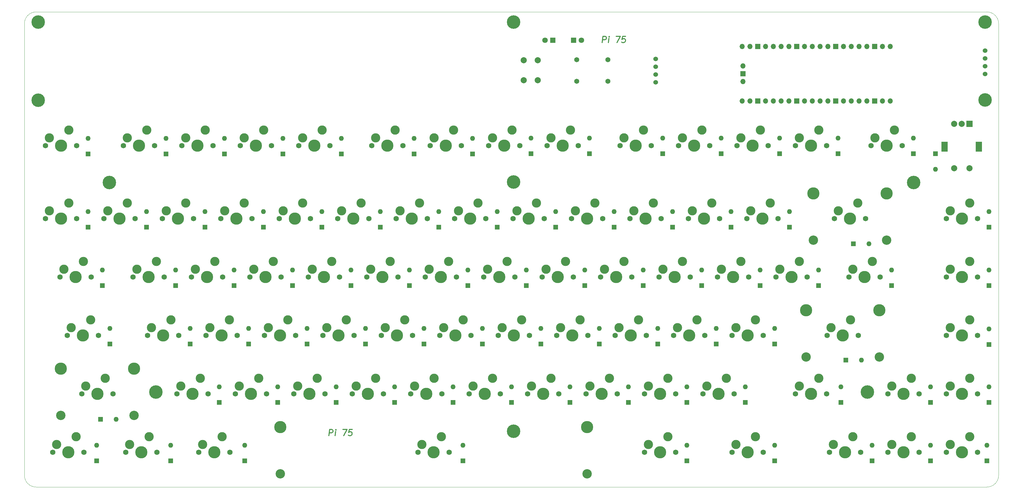
<source format=gbr>
%TF.GenerationSoftware,KiCad,Pcbnew,(5.1.10)-1*%
%TF.CreationDate,2021-06-02T05:42:33-04:00*%
%TF.ProjectId,pi75,70693735-2e6b-4696-9361-645f70636258,rev?*%
%TF.SameCoordinates,Original*%
%TF.FileFunction,Soldermask,Top*%
%TF.FilePolarity,Negative*%
%FSLAX46Y46*%
G04 Gerber Fmt 4.6, Leading zero omitted, Abs format (unit mm)*
G04 Created by KiCad (PCBNEW (5.1.10)-1) date 2021-06-02 05:42:33*
%MOMM*%
%LPD*%
G01*
G04 APERTURE LIST*
%TA.AperFunction,Profile*%
%ADD10C,0.050000*%
%TD*%
%ADD11C,0.300000*%
%ADD12C,1.524000*%
%ADD13C,4.400000*%
%ADD14C,1.651000*%
%ADD15C,3.987800*%
%ADD16C,3.048000*%
%ADD17C,1.750000*%
%ADD18C,3.000000*%
%ADD19O,1.700000X1.700000*%
%ADD20R,1.700000X1.700000*%
%ADD21O,1.600000X1.600000*%
%ADD22R,1.600000X1.600000*%
%ADD23C,2.000000*%
%ADD24R,2.000000X2.000000*%
%ADD25R,2.000000X3.200000*%
%ADD26C,1.800000*%
%ADD27R,1.800000X1.800000*%
G04 APERTURE END LIST*
D10*
X297815000Y-160528000D02*
X-12065000Y-160528000D01*
X301625000Y-9398000D02*
X301625000Y-156718000D01*
X297815000Y-5588000D02*
G75*
G02*
X301625000Y-9398000I0J-3810000D01*
G01*
X-12065000Y-160528000D02*
G75*
G02*
X-15875000Y-156718000I0J3810000D01*
G01*
X301625000Y-156718000D02*
G75*
G02*
X297815000Y-160528000I-3810000J0D01*
G01*
X-15875000Y-9398000D02*
G75*
G02*
X-12065000Y-5588000I3810000J0D01*
G01*
X-15875000Y-9398000D02*
X-15875000Y-156718000D01*
X297815000Y-5588000D02*
X-12065000Y-5588000D01*
D11*
X172460163Y-15585961D02*
X172710163Y-13585961D01*
X173472067Y-13585961D01*
X173650639Y-13681200D01*
X173733972Y-13776438D01*
X173805401Y-13966914D01*
X173769686Y-14252628D01*
X173650639Y-14443104D01*
X173543496Y-14538342D01*
X173341115Y-14633580D01*
X172579210Y-14633580D01*
X174460163Y-15585961D02*
X174626829Y-14252628D01*
X174710163Y-13585961D02*
X174603020Y-13681200D01*
X174686353Y-13776438D01*
X174793496Y-13681200D01*
X174710163Y-13585961D01*
X174686353Y-13776438D01*
X176995877Y-13585961D02*
X178329210Y-13585961D01*
X177222067Y-15585961D01*
X180043496Y-13585961D02*
X179091115Y-13585961D01*
X178876829Y-14538342D01*
X178983972Y-14443104D01*
X179186353Y-14347866D01*
X179662544Y-14347866D01*
X179841115Y-14443104D01*
X179924448Y-14538342D01*
X179995877Y-14728819D01*
X179936353Y-15205009D01*
X179817305Y-15395485D01*
X179710163Y-15490723D01*
X179507782Y-15585961D01*
X179031591Y-15585961D01*
X178853020Y-15490723D01*
X178769686Y-15395485D01*
X83382363Y-143779761D02*
X83632363Y-141779761D01*
X84394267Y-141779761D01*
X84572839Y-141875000D01*
X84656172Y-141970238D01*
X84727601Y-142160714D01*
X84691886Y-142446428D01*
X84572839Y-142636904D01*
X84465696Y-142732142D01*
X84263315Y-142827380D01*
X83501410Y-142827380D01*
X85382363Y-143779761D02*
X85549029Y-142446428D01*
X85632363Y-141779761D02*
X85525220Y-141875000D01*
X85608553Y-141970238D01*
X85715696Y-141875000D01*
X85632363Y-141779761D01*
X85608553Y-141970238D01*
X87918077Y-141779761D02*
X89251410Y-141779761D01*
X88144267Y-143779761D01*
X90965696Y-141779761D02*
X90013315Y-141779761D01*
X89799029Y-142732142D01*
X89906172Y-142636904D01*
X90108553Y-142541666D01*
X90584744Y-142541666D01*
X90763315Y-142636904D01*
X90846648Y-142732142D01*
X90918077Y-142922619D01*
X90858553Y-143398809D01*
X90739505Y-143589285D01*
X90632363Y-143684523D01*
X90429982Y-143779761D01*
X89953791Y-143779761D01*
X89775220Y-143684523D01*
X89691886Y-143589285D01*
D12*
%TO.C,J1*%
X297230800Y-18186400D03*
X297230800Y-20726400D03*
X297230800Y-23266400D03*
X297230800Y-25806400D03*
%TD*%
%TO.C,OL1*%
X189839000Y-28575000D03*
X189839000Y-26035000D03*
X189839000Y-23495000D03*
X189839000Y-20955000D03*
%TD*%
D13*
%TO.C,REF\u002A\u002A*%
X273951700Y-61201300D03*
%TD*%
%TO.C,REF\u002A\u002A*%
X143510000Y-142303500D03*
%TD*%
%TO.C,REF\u002A\u002A*%
X11823700Y-61201300D03*
%TD*%
%TO.C,REF\u002A\u002A*%
X258838700Y-129527300D03*
%TD*%
%TO.C,REF\u002A\u002A*%
X26936700Y-129527300D03*
%TD*%
D14*
%TO.C,R1*%
X164084000Y-28194000D03*
X174244000Y-28194000D03*
%TD*%
%TO.C,R2*%
X164084000Y-21209000D03*
X174244000Y-21209000D03*
%TD*%
D13*
%TO.C,H1*%
X143522700Y-61074300D03*
%TD*%
D15*
%TO.C,K72*%
X241268250Y-64770000D03*
X265144250Y-64770000D03*
D16*
X241268250Y-80010000D03*
X265144250Y-80010000D03*
D17*
X258286250Y-73025000D03*
X248126250Y-73025000D03*
D18*
X249396250Y-70485000D03*
D15*
X253206250Y-73025000D03*
D18*
X255746250Y-67945000D03*
%TD*%
D15*
%TO.C,K74*%
X238887000Y-102870000D03*
X262763000Y-102870000D03*
D16*
X238887000Y-118110000D03*
X262763000Y-118110000D03*
D17*
X255905000Y-111125000D03*
X245745000Y-111125000D03*
D18*
X247015000Y-108585000D03*
D15*
X250825000Y-111125000D03*
D18*
X253365000Y-106045000D03*
%TD*%
D15*
%TO.C,K39*%
X67475100Y-140970000D03*
X167474900Y-140970000D03*
D16*
X67475100Y-156210000D03*
X167474900Y-156210000D03*
D17*
X122555000Y-149225000D03*
X112395000Y-149225000D03*
D18*
X113665000Y-146685000D03*
D15*
X117475000Y-149225000D03*
D18*
X120015000Y-144145000D03*
%TD*%
D15*
%TO.C,K5*%
X-4000500Y-121920000D03*
X19875500Y-121920000D03*
D16*
X-4000500Y-137160000D03*
X19875500Y-137160000D03*
D17*
X13017500Y-130175000D03*
X2857500Y-130175000D03*
D18*
X4127500Y-127635000D03*
D15*
X7937500Y-130175000D03*
D18*
X10477500Y-125095000D03*
%TD*%
D13*
%TO.C,REF\u002A\u002A*%
X143510000Y-8890000D03*
%TD*%
D19*
%TO.C,U1*%
X266319000Y-16891000D03*
X263779000Y-16891000D03*
D20*
X261239000Y-16891000D03*
D19*
X258699000Y-16891000D03*
X256159000Y-16891000D03*
X253619000Y-16891000D03*
X251079000Y-16891000D03*
D20*
X248539000Y-16891000D03*
D19*
X245999000Y-16891000D03*
X243459000Y-16891000D03*
X240919000Y-16891000D03*
X238379000Y-16891000D03*
D20*
X235839000Y-16891000D03*
D19*
X233299000Y-16891000D03*
X230759000Y-16891000D03*
X228219000Y-16891000D03*
X225679000Y-16891000D03*
D20*
X223139000Y-16891000D03*
D19*
X220599000Y-16891000D03*
X218059000Y-16891000D03*
X218059000Y-34671000D03*
X220599000Y-34671000D03*
D20*
X223139000Y-34671000D03*
D19*
X225679000Y-34671000D03*
X228219000Y-34671000D03*
X230759000Y-34671000D03*
X233299000Y-34671000D03*
D20*
X235839000Y-34671000D03*
D19*
X238379000Y-34671000D03*
X240919000Y-34671000D03*
X243459000Y-34671000D03*
X245999000Y-34671000D03*
D20*
X248539000Y-34671000D03*
D19*
X251079000Y-34671000D03*
X253619000Y-34671000D03*
X256159000Y-34671000D03*
X258699000Y-34671000D03*
D20*
X261239000Y-34671000D03*
D19*
X263779000Y-34671000D03*
X266319000Y-34671000D03*
X218289000Y-23241000D03*
D20*
X218289000Y-25781000D03*
D19*
X218289000Y-28321000D03*
%TD*%
D21*
%TO.C,D14*%
X42926000Y-70739000D03*
D22*
X42926000Y-75819000D03*
%TD*%
D13*
%TO.C,REF\u002A\u002A*%
X-11430000Y-34417000D03*
%TD*%
%TO.C,REF\u002A\u002A*%
X-11430000Y-8890000D03*
%TD*%
%TO.C,REF\u002A\u002A*%
X297180000Y-34290000D03*
%TD*%
%TO.C,REF\u002A\u002A*%
X297180000Y-8890000D03*
%TD*%
D23*
%TO.C,SW2*%
X151384000Y-27836000D03*
X146884000Y-27836000D03*
X151384000Y-21336000D03*
X146884000Y-21336000D03*
%TD*%
D17*
%TO.C,K17*%
X63023750Y-130175000D03*
X52863750Y-130175000D03*
D18*
X54133750Y-127635000D03*
D15*
X57943750Y-130175000D03*
D18*
X60483750Y-125095000D03*
%TD*%
D24*
%TO.C,SW1*%
X292100000Y-42068750D03*
D23*
X289600000Y-42068750D03*
X287100000Y-42068750D03*
D25*
X295200000Y-49568750D03*
X284000000Y-49568750D03*
D23*
X292100000Y-56568750D03*
X287100000Y-56568750D03*
%TD*%
D17*
%TO.C,K81*%
X294798750Y-149225000D03*
X284638750Y-149225000D03*
D18*
X285908750Y-146685000D03*
D15*
X289718750Y-149225000D03*
D18*
X292258750Y-144145000D03*
%TD*%
D17*
%TO.C,K80*%
X294798750Y-130175000D03*
X284638750Y-130175000D03*
D18*
X285908750Y-127635000D03*
D15*
X289718750Y-130175000D03*
D18*
X292258750Y-125095000D03*
%TD*%
D17*
%TO.C,K79*%
X294798750Y-111125000D03*
X284638750Y-111125000D03*
D18*
X285908750Y-108585000D03*
D15*
X289718750Y-111125000D03*
D18*
X292258750Y-106045000D03*
%TD*%
D17*
%TO.C,K78*%
X294798750Y-92075000D03*
X284638750Y-92075000D03*
D18*
X285908750Y-89535000D03*
D15*
X289718750Y-92075000D03*
D18*
X292258750Y-86995000D03*
%TD*%
D17*
%TO.C,K77*%
X294798750Y-73025000D03*
X284638750Y-73025000D03*
D18*
X285908750Y-70485000D03*
D15*
X289718750Y-73025000D03*
D18*
X292258750Y-67945000D03*
%TD*%
D17*
%TO.C,K76*%
X275748750Y-149225000D03*
X265588750Y-149225000D03*
D18*
X266858750Y-146685000D03*
D15*
X270668750Y-149225000D03*
D18*
X273208750Y-144145000D03*
%TD*%
D17*
%TO.C,K75*%
X275748750Y-130175000D03*
X265588750Y-130175000D03*
D18*
X266858750Y-127635000D03*
D15*
X270668750Y-130175000D03*
D18*
X273208750Y-125095000D03*
%TD*%
D17*
%TO.C,K73*%
X263048750Y-92075000D03*
X252888750Y-92075000D03*
D18*
X254158750Y-89535000D03*
D15*
X257968750Y-92075000D03*
D18*
X260508750Y-86995000D03*
%TD*%
D17*
%TO.C,K71*%
X270192500Y-49212500D03*
X260032500Y-49212500D03*
D18*
X261302500Y-46672500D03*
D15*
X265112500Y-49212500D03*
D18*
X267652500Y-44132500D03*
%TD*%
D17*
%TO.C,K70*%
X256698750Y-149225000D03*
X246538750Y-149225000D03*
D18*
X247808750Y-146685000D03*
D15*
X251618750Y-149225000D03*
D18*
X254158750Y-144145000D03*
%TD*%
D17*
%TO.C,K69*%
X239236250Y-92075000D03*
X229076250Y-92075000D03*
D18*
X230346250Y-89535000D03*
D15*
X234156250Y-92075000D03*
D18*
X236696250Y-86995000D03*
%TD*%
D17*
%TO.C,K68*%
X229711250Y-73025000D03*
X219551250Y-73025000D03*
D18*
X220821250Y-70485000D03*
D15*
X224631250Y-73025000D03*
D18*
X227171250Y-67945000D03*
%TD*%
D17*
%TO.C,K67*%
X245586250Y-49212500D03*
X235426250Y-49212500D03*
D18*
X236696250Y-46672500D03*
D15*
X240506250Y-49212500D03*
D18*
X243046250Y-44132500D03*
%TD*%
D17*
%TO.C,K66*%
X245586250Y-130175000D03*
X235426250Y-130175000D03*
D18*
X236696250Y-127635000D03*
D15*
X240506250Y-130175000D03*
D18*
X243046250Y-125095000D03*
%TD*%
D17*
%TO.C,K65*%
X224948750Y-111125000D03*
X214788750Y-111125000D03*
D18*
X216058750Y-108585000D03*
D15*
X219868750Y-111125000D03*
D18*
X222408750Y-106045000D03*
%TD*%
D17*
%TO.C,K64*%
X220186250Y-92075000D03*
X210026250Y-92075000D03*
D18*
X211296250Y-89535000D03*
D15*
X215106250Y-92075000D03*
D18*
X217646250Y-86995000D03*
%TD*%
D17*
%TO.C,K63*%
X210661250Y-73025000D03*
X200501250Y-73025000D03*
D18*
X201771250Y-70485000D03*
D15*
X205581250Y-73025000D03*
D18*
X208121250Y-67945000D03*
%TD*%
D17*
%TO.C,K62*%
X226536250Y-49212500D03*
X216376250Y-49212500D03*
D18*
X217646250Y-46672500D03*
D15*
X221456250Y-49212500D03*
D18*
X223996250Y-44132500D03*
%TD*%
D17*
%TO.C,K61*%
X224948750Y-149225000D03*
X214788750Y-149225000D03*
D18*
X216058750Y-146685000D03*
D15*
X219868750Y-149225000D03*
D18*
X222408750Y-144145000D03*
%TD*%
D17*
%TO.C,K60*%
X215423750Y-130175000D03*
X205263750Y-130175000D03*
D18*
X206533750Y-127635000D03*
D15*
X210343750Y-130175000D03*
D18*
X212883750Y-125095000D03*
%TD*%
D17*
%TO.C,K59*%
X205898750Y-111125000D03*
X195738750Y-111125000D03*
D18*
X197008750Y-108585000D03*
D15*
X200818750Y-111125000D03*
D18*
X203358750Y-106045000D03*
%TD*%
D17*
%TO.C,K58*%
X201136250Y-92075000D03*
X190976250Y-92075000D03*
D18*
X192246250Y-89535000D03*
D15*
X196056250Y-92075000D03*
D18*
X198596250Y-86995000D03*
%TD*%
D17*
%TO.C,K57*%
X191611250Y-73025000D03*
X181451250Y-73025000D03*
D18*
X182721250Y-70485000D03*
D15*
X186531250Y-73025000D03*
D18*
X189071250Y-67945000D03*
%TD*%
D17*
%TO.C,K56*%
X207486250Y-49212500D03*
X197326250Y-49212500D03*
D18*
X198596250Y-46672500D03*
D15*
X202406250Y-49212500D03*
D18*
X204946250Y-44132500D03*
%TD*%
D17*
%TO.C,K55*%
X196373750Y-149225000D03*
X186213750Y-149225000D03*
D18*
X187483750Y-146685000D03*
D15*
X191293750Y-149225000D03*
D18*
X193833750Y-144145000D03*
%TD*%
D17*
%TO.C,K54*%
X196373750Y-130175000D03*
X186213750Y-130175000D03*
D18*
X187483750Y-127635000D03*
D15*
X191293750Y-130175000D03*
D18*
X193833750Y-125095000D03*
%TD*%
D17*
%TO.C,K53*%
X186848750Y-111125000D03*
X176688750Y-111125000D03*
D18*
X177958750Y-108585000D03*
D15*
X181768750Y-111125000D03*
D18*
X184308750Y-106045000D03*
%TD*%
D17*
%TO.C,K52*%
X182086250Y-92075000D03*
X171926250Y-92075000D03*
D18*
X173196250Y-89535000D03*
D15*
X177006250Y-92075000D03*
D18*
X179546250Y-86995000D03*
%TD*%
D17*
%TO.C,K51*%
X172561250Y-73025000D03*
X162401250Y-73025000D03*
D18*
X163671250Y-70485000D03*
D15*
X167481250Y-73025000D03*
D18*
X170021250Y-67945000D03*
%TD*%
D17*
%TO.C,K50*%
X188436250Y-49212500D03*
X178276250Y-49212500D03*
D18*
X179546250Y-46672500D03*
D15*
X183356250Y-49212500D03*
D18*
X185896250Y-44132500D03*
%TD*%
D17*
%TO.C,K49*%
X177323750Y-130175000D03*
X167163750Y-130175000D03*
D18*
X168433750Y-127635000D03*
D15*
X172243750Y-130175000D03*
D18*
X174783750Y-125095000D03*
%TD*%
D17*
%TO.C,K48*%
X167798750Y-111125000D03*
X157638750Y-111125000D03*
D18*
X158908750Y-108585000D03*
D15*
X162718750Y-111125000D03*
D18*
X165258750Y-106045000D03*
%TD*%
D17*
%TO.C,K47*%
X163036250Y-92075000D03*
X152876250Y-92075000D03*
D18*
X154146250Y-89535000D03*
D15*
X157956250Y-92075000D03*
D18*
X160496250Y-86995000D03*
%TD*%
D17*
%TO.C,K46*%
X153511250Y-73025000D03*
X143351250Y-73025000D03*
D18*
X144621250Y-70485000D03*
D15*
X148431250Y-73025000D03*
D18*
X150971250Y-67945000D03*
%TD*%
D17*
%TO.C,K45*%
X164623750Y-49212500D03*
X154463750Y-49212500D03*
D18*
X155733750Y-46672500D03*
D15*
X159543750Y-49212500D03*
D18*
X162083750Y-44132500D03*
%TD*%
D17*
%TO.C,K44*%
X158273750Y-130175000D03*
X148113750Y-130175000D03*
D18*
X149383750Y-127635000D03*
D15*
X153193750Y-130175000D03*
D18*
X155733750Y-125095000D03*
%TD*%
D17*
%TO.C,K43*%
X148748750Y-111125000D03*
X138588750Y-111125000D03*
D18*
X139858750Y-108585000D03*
D15*
X143668750Y-111125000D03*
D18*
X146208750Y-106045000D03*
%TD*%
D17*
%TO.C,K42*%
X143986250Y-92075000D03*
X133826250Y-92075000D03*
D18*
X135096250Y-89535000D03*
D15*
X138906250Y-92075000D03*
D18*
X141446250Y-86995000D03*
%TD*%
D17*
%TO.C,K41*%
X134461250Y-73025000D03*
X124301250Y-73025000D03*
D18*
X125571250Y-70485000D03*
D15*
X129381250Y-73025000D03*
D18*
X131921250Y-67945000D03*
%TD*%
D17*
%TO.C,K40*%
X145573750Y-49212500D03*
X135413750Y-49212500D03*
D18*
X136683750Y-46672500D03*
D15*
X140493750Y-49212500D03*
D18*
X143033750Y-44132500D03*
%TD*%
D17*
%TO.C,K38*%
X139223750Y-130175000D03*
X129063750Y-130175000D03*
D18*
X130333750Y-127635000D03*
D15*
X134143750Y-130175000D03*
D18*
X136683750Y-125095000D03*
%TD*%
D17*
%TO.C,K37*%
X129698750Y-111125000D03*
X119538750Y-111125000D03*
D18*
X120808750Y-108585000D03*
D15*
X124618750Y-111125000D03*
D18*
X127158750Y-106045000D03*
%TD*%
D17*
%TO.C,K36*%
X124936250Y-92075000D03*
X114776250Y-92075000D03*
D18*
X116046250Y-89535000D03*
D15*
X119856250Y-92075000D03*
D18*
X122396250Y-86995000D03*
%TD*%
D17*
%TO.C,K35*%
X115411250Y-73025000D03*
X105251250Y-73025000D03*
D18*
X106521250Y-70485000D03*
D15*
X110331250Y-73025000D03*
D18*
X112871250Y-67945000D03*
%TD*%
D17*
%TO.C,K34*%
X126523750Y-49212500D03*
X116363750Y-49212500D03*
D18*
X117633750Y-46672500D03*
D15*
X121443750Y-49212500D03*
D18*
X123983750Y-44132500D03*
%TD*%
D17*
%TO.C,K33*%
X120173750Y-130175000D03*
X110013750Y-130175000D03*
D18*
X111283750Y-127635000D03*
D15*
X115093750Y-130175000D03*
D18*
X117633750Y-125095000D03*
%TD*%
D17*
%TO.C,K32*%
X110648750Y-111125000D03*
X100488750Y-111125000D03*
D18*
X101758750Y-108585000D03*
D15*
X105568750Y-111125000D03*
D18*
X108108750Y-106045000D03*
%TD*%
D17*
%TO.C,K31*%
X105886250Y-92075000D03*
X95726250Y-92075000D03*
D18*
X96996250Y-89535000D03*
D15*
X100806250Y-92075000D03*
D18*
X103346250Y-86995000D03*
%TD*%
D17*
%TO.C,K30*%
X96361250Y-73025000D03*
X86201250Y-73025000D03*
D18*
X87471250Y-70485000D03*
D15*
X91281250Y-73025000D03*
D18*
X93821250Y-67945000D03*
%TD*%
D17*
%TO.C,K29*%
X107473750Y-49212500D03*
X97313750Y-49212500D03*
D18*
X98583750Y-46672500D03*
D15*
X102393750Y-49212500D03*
D18*
X104933750Y-44132500D03*
%TD*%
D17*
%TO.C,K28*%
X101123750Y-130175000D03*
X90963750Y-130175000D03*
D18*
X92233750Y-127635000D03*
D15*
X96043750Y-130175000D03*
D18*
X98583750Y-125095000D03*
%TD*%
D17*
%TO.C,K27*%
X91598750Y-111125000D03*
X81438750Y-111125000D03*
D18*
X82708750Y-108585000D03*
D15*
X86518750Y-111125000D03*
D18*
X89058750Y-106045000D03*
%TD*%
D17*
%TO.C,K26*%
X86836250Y-92075000D03*
X76676250Y-92075000D03*
D18*
X77946250Y-89535000D03*
D15*
X81756250Y-92075000D03*
D18*
X84296250Y-86995000D03*
%TD*%
D17*
%TO.C,K25*%
X77311250Y-73025000D03*
X67151250Y-73025000D03*
D18*
X68421250Y-70485000D03*
D15*
X72231250Y-73025000D03*
D18*
X74771250Y-67945000D03*
%TD*%
D17*
%TO.C,K24*%
X83661250Y-49212500D03*
X73501250Y-49212500D03*
D18*
X74771250Y-46672500D03*
D15*
X78581250Y-49212500D03*
D18*
X81121250Y-44132500D03*
%TD*%
D17*
%TO.C,K23*%
X82073750Y-130175000D03*
X71913750Y-130175000D03*
D18*
X73183750Y-127635000D03*
D15*
X76993750Y-130175000D03*
D18*
X79533750Y-125095000D03*
%TD*%
D17*
%TO.C,K22*%
X72548750Y-111125000D03*
X62388750Y-111125000D03*
D18*
X63658750Y-108585000D03*
D15*
X67468750Y-111125000D03*
D18*
X70008750Y-106045000D03*
%TD*%
D17*
%TO.C,K21*%
X67786250Y-92075000D03*
X57626250Y-92075000D03*
D18*
X58896250Y-89535000D03*
D15*
X62706250Y-92075000D03*
D18*
X65246250Y-86995000D03*
%TD*%
D17*
%TO.C,K20*%
X58261250Y-73025000D03*
X48101250Y-73025000D03*
D18*
X49371250Y-70485000D03*
D15*
X53181250Y-73025000D03*
D18*
X55721250Y-67945000D03*
%TD*%
D17*
%TO.C,K19*%
X64611250Y-49212500D03*
X54451250Y-49212500D03*
D18*
X55721250Y-46672500D03*
D15*
X59531250Y-49212500D03*
D18*
X62071250Y-44132500D03*
%TD*%
D17*
%TO.C,K18*%
X51117500Y-149225000D03*
X40957500Y-149225000D03*
D18*
X42227500Y-146685000D03*
D15*
X46037500Y-149225000D03*
D18*
X48577500Y-144145000D03*
%TD*%
D17*
%TO.C,K16*%
X53498750Y-111125000D03*
X43338750Y-111125000D03*
D18*
X44608750Y-108585000D03*
D15*
X48418750Y-111125000D03*
D18*
X50958750Y-106045000D03*
%TD*%
D17*
%TO.C,K15*%
X48736250Y-92075000D03*
X38576250Y-92075000D03*
D18*
X39846250Y-89535000D03*
D15*
X43656250Y-92075000D03*
D18*
X46196250Y-86995000D03*
%TD*%
D17*
%TO.C,K14*%
X39211250Y-73025000D03*
X29051250Y-73025000D03*
D18*
X30321250Y-70485000D03*
D15*
X34131250Y-73025000D03*
D18*
X36671250Y-67945000D03*
%TD*%
D17*
%TO.C,K13*%
X45561250Y-49212500D03*
X35401250Y-49212500D03*
D18*
X36671250Y-46672500D03*
D15*
X40481250Y-49212500D03*
D18*
X43021250Y-44132500D03*
%TD*%
D17*
%TO.C,K12*%
X27305000Y-149225000D03*
X17145000Y-149225000D03*
D18*
X18415000Y-146685000D03*
D15*
X22225000Y-149225000D03*
D18*
X24765000Y-144145000D03*
%TD*%
D17*
%TO.C,K11*%
X43973750Y-130175000D03*
X33813750Y-130175000D03*
D18*
X35083750Y-127635000D03*
D15*
X38893750Y-130175000D03*
D18*
X41433750Y-125095000D03*
%TD*%
D17*
%TO.C,K10*%
X34448750Y-111125000D03*
X24288750Y-111125000D03*
D18*
X25558750Y-108585000D03*
D15*
X29368750Y-111125000D03*
D18*
X31908750Y-106045000D03*
%TD*%
D17*
%TO.C,K9*%
X29686250Y-92075000D03*
X19526250Y-92075000D03*
D18*
X20796250Y-89535000D03*
D15*
X24606250Y-92075000D03*
D18*
X27146250Y-86995000D03*
%TD*%
D17*
%TO.C,K8*%
X20161250Y-73025000D03*
X10001250Y-73025000D03*
D18*
X11271250Y-70485000D03*
D15*
X15081250Y-73025000D03*
D18*
X17621250Y-67945000D03*
%TD*%
D17*
%TO.C,K7*%
X26511250Y-49212500D03*
X16351250Y-49212500D03*
D18*
X17621250Y-46672500D03*
D15*
X21431250Y-49212500D03*
D18*
X23971250Y-44132500D03*
%TD*%
D17*
%TO.C,K6*%
X3492500Y-149225000D03*
X-6667500Y-149225000D03*
D18*
X-5397500Y-146685000D03*
D15*
X-1587500Y-149225000D03*
D18*
X952500Y-144145000D03*
%TD*%
D17*
%TO.C,K4*%
X8255000Y-111125000D03*
X-1905000Y-111125000D03*
D18*
X-635000Y-108585000D03*
D15*
X3175000Y-111125000D03*
D18*
X5715000Y-106045000D03*
%TD*%
D17*
%TO.C,K3*%
X5873750Y-92075000D03*
X-4286250Y-92075000D03*
D18*
X-3016250Y-89535000D03*
D15*
X793750Y-92075000D03*
D18*
X3333750Y-86995000D03*
%TD*%
D17*
%TO.C,K2*%
X1111250Y-73025000D03*
X-9048750Y-73025000D03*
D18*
X-7778750Y-70485000D03*
D15*
X-3968750Y-73025000D03*
D18*
X-1428750Y-67945000D03*
%TD*%
D17*
%TO.C,K1*%
X1111250Y-49212500D03*
X-9048750Y-49212500D03*
D18*
X-7778750Y-46672500D03*
D15*
X-3968750Y-49212500D03*
D18*
X-1428750Y-44132500D03*
%TD*%
D21*
%TO.C,D84*%
X297815000Y-146939000D03*
D22*
X297815000Y-152019000D03*
%TD*%
D21*
%TO.C,D83*%
X298450000Y-127889000D03*
D22*
X298450000Y-132969000D03*
%TD*%
D21*
%TO.C,D82*%
X298450000Y-108966000D03*
D22*
X298450000Y-114046000D03*
%TD*%
D21*
%TO.C,D81*%
X298450000Y-89789000D03*
D22*
X298450000Y-94869000D03*
%TD*%
D21*
%TO.C,D80*%
X298450000Y-70739000D03*
D22*
X298450000Y-75819000D03*
%TD*%
D21*
%TO.C,D79*%
X281051000Y-56896000D03*
D22*
X281051000Y-51816000D03*
%TD*%
D21*
%TO.C,D78*%
X279400000Y-146939000D03*
D22*
X279400000Y-152019000D03*
%TD*%
D21*
%TO.C,D77*%
X279400000Y-127889000D03*
D22*
X279400000Y-132969000D03*
%TD*%
D21*
%TO.C,D76*%
X256921000Y-119164100D03*
D22*
X251841000Y-119164100D03*
%TD*%
D21*
%TO.C,D75*%
X266700000Y-89789000D03*
D22*
X266700000Y-94869000D03*
%TD*%
D21*
%TO.C,D74*%
X259359400Y-81241900D03*
D22*
X254279400Y-81241900D03*
%TD*%
D21*
%TO.C,D73*%
X273812000Y-46736000D03*
D22*
X273812000Y-51816000D03*
%TD*%
D21*
%TO.C,D72*%
X260350000Y-146939000D03*
D22*
X260350000Y-152019000D03*
%TD*%
D21*
%TO.C,D71*%
X242951000Y-89789000D03*
D22*
X242951000Y-94869000D03*
%TD*%
D21*
%TO.C,D70*%
X233426000Y-70739000D03*
D22*
X233426000Y-75819000D03*
%TD*%
D21*
%TO.C,D69*%
X249301000Y-46736000D03*
D22*
X249301000Y-51816000D03*
%TD*%
D21*
%TO.C,D68*%
X250190000Y-127889000D03*
D22*
X250190000Y-132969000D03*
%TD*%
D21*
%TO.C,D67*%
X228600000Y-108839000D03*
D22*
X228600000Y-113919000D03*
%TD*%
D21*
%TO.C,D66*%
X223901000Y-89789000D03*
D22*
X223901000Y-94869000D03*
%TD*%
D21*
%TO.C,D65*%
X214376000Y-70739000D03*
D22*
X214376000Y-75819000D03*
%TD*%
D21*
%TO.C,D64*%
X230251000Y-46736000D03*
D22*
X230251000Y-51816000D03*
%TD*%
D21*
%TO.C,D63*%
X228600000Y-146939000D03*
D22*
X228600000Y-152019000D03*
%TD*%
D21*
%TO.C,D62*%
X219075000Y-127889000D03*
D22*
X219075000Y-132969000D03*
%TD*%
D21*
%TO.C,D61*%
X209550000Y-108839000D03*
D22*
X209550000Y-113919000D03*
%TD*%
D21*
%TO.C,D60*%
X204851000Y-89789000D03*
D22*
X204851000Y-94869000D03*
%TD*%
D21*
%TO.C,D59*%
X195326000Y-70739000D03*
D22*
X195326000Y-75819000D03*
%TD*%
D21*
%TO.C,D58*%
X211201000Y-46736000D03*
D22*
X211201000Y-51816000D03*
%TD*%
D21*
%TO.C,D57*%
X200025000Y-146939000D03*
D22*
X200025000Y-152019000D03*
%TD*%
D21*
%TO.C,D56*%
X200025000Y-127889000D03*
D22*
X200025000Y-132969000D03*
%TD*%
D21*
%TO.C,D55*%
X190500000Y-108839000D03*
D22*
X190500000Y-113919000D03*
%TD*%
D21*
%TO.C,D54*%
X185801000Y-89789000D03*
D22*
X185801000Y-94869000D03*
%TD*%
D21*
%TO.C,D53*%
X176276000Y-70739000D03*
D22*
X176276000Y-75819000D03*
%TD*%
D21*
%TO.C,D52*%
X192151000Y-46736000D03*
D22*
X192151000Y-51816000D03*
%TD*%
D21*
%TO.C,D51*%
X180975000Y-127889000D03*
D22*
X180975000Y-132969000D03*
%TD*%
D21*
%TO.C,D50*%
X171450000Y-108839000D03*
D22*
X171450000Y-113919000D03*
%TD*%
D21*
%TO.C,D49*%
X166751000Y-89789000D03*
D22*
X166751000Y-94869000D03*
%TD*%
D21*
%TO.C,D48*%
X157226000Y-70739000D03*
D22*
X157226000Y-75819000D03*
%TD*%
D21*
%TO.C,D47*%
X168275000Y-46736000D03*
D22*
X168275000Y-51816000D03*
%TD*%
D21*
%TO.C,D46*%
X161925000Y-127889000D03*
D22*
X161925000Y-132969000D03*
%TD*%
D21*
%TO.C,D45*%
X152400000Y-108839000D03*
D22*
X152400000Y-113919000D03*
%TD*%
D21*
%TO.C,D44*%
X147701000Y-89789000D03*
D22*
X147701000Y-94869000D03*
%TD*%
D21*
%TO.C,D43*%
X138176000Y-70739000D03*
D22*
X138176000Y-75819000D03*
%TD*%
D21*
%TO.C,D42*%
X149225000Y-46736000D03*
D22*
X149225000Y-51816000D03*
%TD*%
D21*
%TO.C,D41*%
X127000000Y-146939000D03*
D22*
X127000000Y-152019000D03*
%TD*%
D21*
%TO.C,D40*%
X142875000Y-127889000D03*
D22*
X142875000Y-132969000D03*
%TD*%
D21*
%TO.C,D39*%
X133350000Y-108839000D03*
D22*
X133350000Y-113919000D03*
%TD*%
D21*
%TO.C,D38*%
X128651000Y-89789000D03*
D22*
X128651000Y-94869000D03*
%TD*%
D21*
%TO.C,D37*%
X119126000Y-70739000D03*
D22*
X119126000Y-75819000D03*
%TD*%
D21*
%TO.C,D36*%
X130175000Y-46863000D03*
D22*
X130175000Y-51943000D03*
%TD*%
D21*
%TO.C,D35*%
X123825000Y-127889000D03*
D22*
X123825000Y-132969000D03*
%TD*%
D21*
%TO.C,D34*%
X114300000Y-108839000D03*
D22*
X114300000Y-113919000D03*
%TD*%
D21*
%TO.C,D33*%
X109601000Y-89789000D03*
D22*
X109601000Y-94869000D03*
%TD*%
D21*
%TO.C,D32*%
X100076000Y-70739000D03*
D22*
X100076000Y-75819000D03*
%TD*%
D21*
%TO.C,D31*%
X111125000Y-46863000D03*
D22*
X111125000Y-51943000D03*
%TD*%
D21*
%TO.C,D30*%
X104775000Y-127889000D03*
D22*
X104775000Y-132969000D03*
%TD*%
D21*
%TO.C,D29*%
X95250000Y-108839000D03*
D22*
X95250000Y-113919000D03*
%TD*%
D21*
%TO.C,D28*%
X90551000Y-89789000D03*
D22*
X90551000Y-94869000D03*
%TD*%
D21*
%TO.C,D27*%
X81026000Y-70739000D03*
D22*
X81026000Y-75819000D03*
%TD*%
D21*
%TO.C,D26*%
X87376000Y-46863000D03*
D22*
X87376000Y-51943000D03*
%TD*%
D26*
%TO.C,D25*%
X165671500Y-14795500D03*
D27*
X163131500Y-14795500D03*
%TD*%
D26*
%TO.C,D24*%
X153797000Y-14795500D03*
D27*
X156337000Y-14795500D03*
%TD*%
D21*
%TO.C,D23*%
X85725000Y-127889000D03*
D22*
X85725000Y-132969000D03*
%TD*%
D21*
%TO.C,D22*%
X76200000Y-108839000D03*
D22*
X76200000Y-113919000D03*
%TD*%
D21*
%TO.C,D21*%
X71501000Y-89789000D03*
D22*
X71501000Y-94869000D03*
%TD*%
D21*
%TO.C,D20*%
X61976000Y-70739000D03*
D22*
X61976000Y-75819000D03*
%TD*%
D21*
%TO.C,D19*%
X68326000Y-46863000D03*
D22*
X68326000Y-51943000D03*
%TD*%
D21*
%TO.C,D18*%
X55880000Y-146939000D03*
D22*
X55880000Y-152019000D03*
%TD*%
D21*
%TO.C,D17*%
X66675000Y-127889000D03*
D22*
X66675000Y-132969000D03*
%TD*%
D21*
%TO.C,D16*%
X57150000Y-108839000D03*
D22*
X57150000Y-113919000D03*
%TD*%
D21*
%TO.C,D15*%
X52451000Y-89789000D03*
D22*
X52451000Y-94869000D03*
%TD*%
D21*
%TO.C,D13*%
X49276000Y-46863000D03*
D22*
X49276000Y-51943000D03*
%TD*%
D21*
%TO.C,D12*%
X31750000Y-146939000D03*
D22*
X31750000Y-152019000D03*
%TD*%
D21*
%TO.C,D11*%
X47625000Y-127889000D03*
D22*
X47625000Y-132969000D03*
%TD*%
D21*
%TO.C,D10*%
X38100000Y-108839000D03*
D22*
X38100000Y-113919000D03*
%TD*%
D21*
%TO.C,D9*%
X33401000Y-89789000D03*
D22*
X33401000Y-94869000D03*
%TD*%
D21*
%TO.C,D8*%
X23876000Y-70739000D03*
D22*
X23876000Y-75819000D03*
%TD*%
D21*
%TO.C,D7*%
X30226000Y-46863000D03*
D22*
X30226000Y-51943000D03*
%TD*%
D21*
%TO.C,D6*%
X7620000Y-146939000D03*
D22*
X7620000Y-152019000D03*
%TD*%
D21*
%TO.C,D5*%
X13970000Y-138442700D03*
D22*
X8890000Y-138442700D03*
%TD*%
D21*
%TO.C,D4*%
X11938000Y-108839000D03*
D22*
X11938000Y-113919000D03*
%TD*%
D21*
%TO.C,D3*%
X9525000Y-89789000D03*
D22*
X9525000Y-94869000D03*
%TD*%
D21*
%TO.C,D2*%
X4826000Y-70739000D03*
D22*
X4826000Y-75819000D03*
%TD*%
D21*
%TO.C,D1*%
X4826000Y-46863000D03*
D22*
X4826000Y-51943000D03*
%TD*%
M02*

</source>
